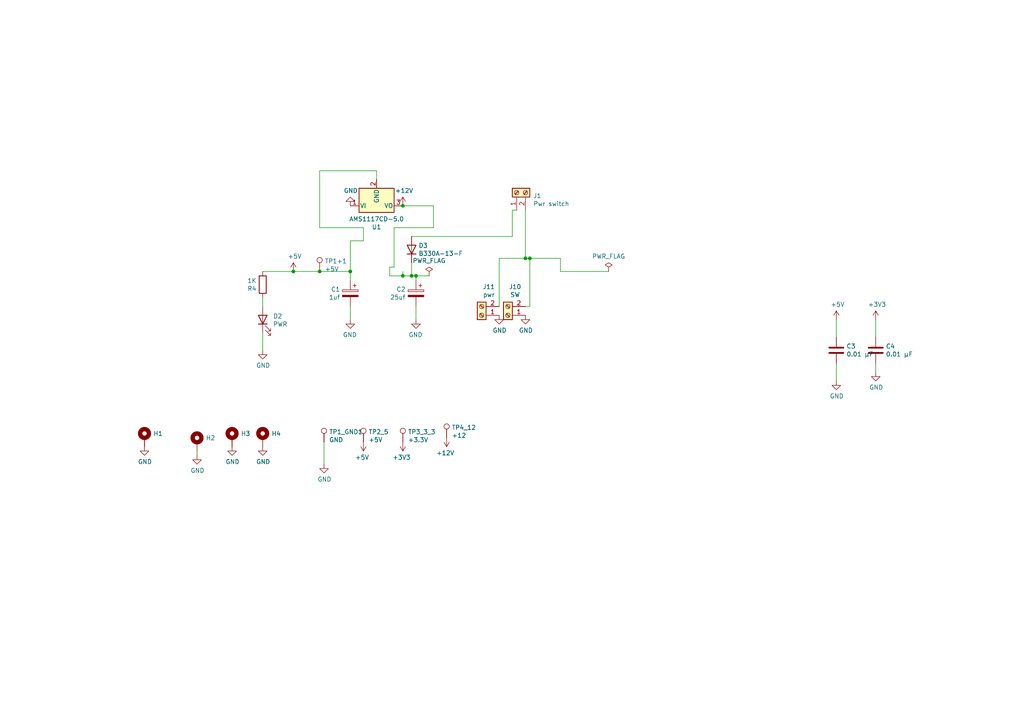
<source format=kicad_sch>
(kicad_sch (version 20230121) (generator eeschema)
  (paper "A4")
  (lib_symbols
    (symbol "CameraTriggerSensorNodeOnly-rescue:+3.3V-power" (power) (pin_names (offset 0))
      (property "Value" "+3.3V-power" (at 0 3.556 0))
      (symbol "+3.3V-power_0_1"
        (polyline (pts (xy -0.762 1.27) (xy 0 2.54)))
        (polyline (pts (xy 0 0) (xy 0 2.54)))
        (polyline (pts (xy 0 2.54) (xy 0.762 1.27)))
      )
      (symbol "+3.3V-power_1_1"
        (pin power_in line (at 0 0 90) (length 0) hide (name "+3V3") (number "1"))
      )
    )
    (symbol "CameraTriggerSensorNodeOnly-rescue:CP-Device" (pin_numbers hide) (pin_names (offset 0.254))
      (property "Reference" "C" (at 0.635 2.54 0))
      (property "Value" "Device_CP" (at 0.635 -2.54 0))
      (symbol "CP-Device_0_1"
        (rectangle (start -2.286 0.508) (end 2.286 1.016))
        (polyline (pts (xy -1.778 2.286) (xy -0.762 2.286)))
        (polyline (pts (xy -1.27 2.794) (xy -1.27 1.778)))
        (rectangle (start 2.286 -0.508) (end -2.286 -1.016) (fill (type outline)))
      )
      (symbol "CP-Device_1_1"
        (pin passive line (at 0 3.81 270) (length 2.794) (name "~") (number "1"))
        (pin passive line (at 0 -3.81 90) (length 2.794) (name "~") (number "2"))
      )
    )
    (symbol "Connector:Screw_Terminal_01x02" (pin_names (offset 1.016) hide)
      (property "Reference" "J" (at 0 2.54 0))
      (property "Value" "Screw_Terminal_01x02" (at 0 -5.08 0))
      (symbol "Screw_Terminal_01x02_1_1"
        (rectangle (start -1.27 1.27) (end 1.27 -3.81) (stroke (width 0.254)) (fill (type background)))
        (circle (center 0 -2.54) (radius 0.635) (stroke (width 0.1524)))
        (polyline (pts (xy -0.5334 -2.2098) (xy 0.3302 -3.048)) (stroke (width 0.1524)))
        (polyline (pts (xy -0.5334 0.3302) (xy 0.3302 -0.508)) (stroke (width 0.1524)))
        (polyline (pts (xy -0.3556 -2.032) (xy 0.508 -2.8702)) (stroke (width 0.1524)))
        (polyline (pts (xy -0.3556 0.508) (xy 0.508 -0.3302)) (stroke (width 0.1524)))
        (circle (center 0 0) (radius 0.635) (stroke (width 0.1524)))
        (pin passive line (at -5.08 0 0) (length 3.81) (name "Pin_1") (number "1"))
        (pin passive line (at -5.08 -2.54 0) (length 3.81) (name "Pin_2") (number "2"))
      )
    )
    (symbol "Connector:TestPoint" (pin_numbers hide) (pin_names (offset 0.762) hide)
      (property "Reference" "TP" (at 0 6.858 0))
      (property "Value" "TestPoint" (at 0 5.08 0))
      (symbol "TestPoint_0_1"
        (circle (center 0 3.302) (radius 0.762))
      )
      (symbol "TestPoint_1_1"
        (pin passive line (at 0 0 90) (length 2.54) (name "1") (number "1"))
      )
    )
    (symbol "Device:C" (pin_numbers hide) (pin_names (offset 0.254))
      (property "Reference" "C" (at 0.635 2.54 0))
      (property "Value" "C" (at 0.635 -2.54 0))
      (symbol "C_0_1"
        (polyline (pts (xy -2.032 -0.762) (xy 2.032 -0.762)) (stroke (width 0.508)))
        (polyline (pts (xy -2.032 0.762) (xy 2.032 0.762)) (stroke (width 0.508)))
      )
      (symbol "C_1_1"
        (pin passive line (at 0 3.81 270) (length 2.794) (name "~") (number "1"))
        (pin passive line (at 0 -3.81 90) (length 2.794) (name "~") (number "2"))
      )
    )
    (symbol "Device:D" (pin_numbers hide) (pin_names (offset 1.016) hide)
      (property "Reference" "D" (at 0 2.54 0))
      (property "Value" "D" (at 0 -2.54 0))
      (symbol "D_0_1"
        (polyline (pts (xy -1.27 1.27) (xy -1.27 -1.27)) (stroke (width 0.254)))
        (polyline (pts (xy 1.27 0) (xy -1.27 0)))
        (polyline (pts (xy 1.27 1.27) (xy 1.27 -1.27) (xy -1.27 0) (xy 1.27 1.27)) (stroke (width 0.254)))
      )
      (symbol "D_1_1"
        (pin passive line (at -3.81 0 0) (length 2.54) (name "K") (number "1"))
        (pin passive line (at 3.81 0 180) (length 2.54) (name "A") (number "2"))
      )
    )
    (symbol "Device:LED" (pin_numbers hide) (pin_names (offset 1.016) hide)
      (property "Reference" "D" (at 0 2.54 0))
      (property "Value" "LED" (at 0 -2.54 0))
      (symbol "LED_0_1"
        (polyline (pts (xy -1.27 -1.27) (xy -1.27 1.27)) (stroke (width 0.254)))
        (polyline (pts (xy -1.27 0) (xy 1.27 0)))
        (polyline (pts (xy 1.27 -1.27) (xy 1.27 1.27) (xy -1.27 0) (xy 1.27 -1.27)) (stroke (width 0.254)))
        (polyline (pts (xy -3.048 -0.762) (xy -4.572 -2.286) (xy -3.81 -2.286) (xy -4.572 -2.286) (xy -4.572 -1.524)))
        (polyline (pts (xy -1.778 -0.762) (xy -3.302 -2.286) (xy -2.54 -2.286) (xy -3.302 -2.286) (xy -3.302 -1.524)))
      )
      (symbol "LED_1_1"
        (pin passive line (at -3.81 0 0) (length 2.54) (name "K") (number "1"))
        (pin passive line (at 3.81 0 180) (length 2.54) (name "A") (number "2"))
      )
    )
    (symbol "Device:R" (pin_numbers hide) (pin_names (offset 0))
      (property "Reference" "R" (at 2.032 0 90))
      (property "Value" "R" (at 0 0 90))
      (symbol "R_0_1"
        (rectangle (start -1.016 -2.54) (end 1.016 2.54) (stroke (width 0.254)))
      )
      (symbol "R_1_1"
        (pin passive line (at 0 3.81 270) (length 1.27) (name "~") (number "1"))
        (pin passive line (at 0 -3.81 90) (length 1.27) (name "~") (number "2"))
      )
    )
    (symbol "Mechanical:MountingHole_Pad" (pin_numbers hide) (pin_names (offset 1.016) hide)
      (property "Reference" "H" (at 0 6.35 0))
      (property "Value" "MountingHole_Pad" (at 0 4.445 0))
      (symbol "MountingHole_Pad_0_1"
        (circle (center 0 1.27) (radius 1.27) (stroke (width 1.27)))
      )
      (symbol "MountingHole_Pad_1_1"
        (pin input line (at 0 -2.54 90) (length 2.54) (name "1") (number "1"))
      )
    )
    (symbol "Regulator_Linear:LM7805_TO220" (pin_names (offset 0.254))
      (property "Reference" "U" (at -3.81 3.175 0))
      (property "Value" "LM7805_TO220" (at 0 3.175 0))
      (symbol "LM7805_TO220_0_1"
        (rectangle (start -5.08 1.905) (end 5.08 -5.08) (stroke (width 0.254)) (fill (type background)))
      )
      (symbol "LM7805_TO220_1_1"
        (pin power_in line (at -7.62 0 0) (length 2.54) (name "VI") (number "1"))
        (pin power_in line (at 0 -7.62 90) (length 2.54) (name "GND") (number "2"))
        (pin power_out line (at 7.62 0 180) (length 2.54) (name "VO") (number "3"))
      )
    )
    (symbol "power:+12V" (power) (pin_names (offset 0))
      (property "Value" "+12V" (at 0 3.556 0))
      (symbol "+12V_0_1"
        (polyline (pts (xy -0.762 1.27) (xy 0 2.54)))
        (polyline (pts (xy 0 0) (xy 0 2.54)))
        (polyline (pts (xy 0 2.54) (xy 0.762 1.27)))
      )
      (symbol "+12V_1_1"
        (pin power_in line (at 0 0 90) (length 0) hide (name "+12V") (number "1"))
      )
    )
    (symbol "power:+5V" (power) (pin_names (offset 0))
      (property "Value" "+5V" (at 0 3.556 0))
      (symbol "+5V_0_1"
        (polyline (pts (xy -0.762 1.27) (xy 0 2.54)))
        (polyline (pts (xy 0 0) (xy 0 2.54)))
        (polyline (pts (xy 0 2.54) (xy 0.762 1.27)))
      )
      (symbol "+5V_1_1"
        (pin power_in line (at 0 0 90) (length 0) hide (name "+5V") (number "1"))
      )
    )
    (symbol "power:GND" (power) (pin_names (offset 0))
      (property "Value" "GND" (at 0 -3.81 0))
      (symbol "GND_0_1"
        (polyline (pts (xy 0 0) (xy 0 -1.27) (xy 1.27 -1.27) (xy 0 -2.54) (xy -1.27 -1.27) (xy 0 -1.27)))
      )
      (symbol "GND_1_1"
        (pin power_in line (at 0 0 270) (length 0) hide (name "GND") (number "1"))
      )
    )
    (symbol "power:PWR_FLAG" (power) (pin_numbers hide) (pin_names (offset 0) hide)
      (property "Value" "PWR_FLAG" (at 0 3.81 0))
      (symbol "PWR_FLAG_0_0"
        (pin power_out line (at 0 0 90) (length 0) (name "pwr") (number "1"))
      )
      (symbol "PWR_FLAG_0_1"
        (polyline (pts (xy 0 0) (xy 0 1.27) (xy -1.016 1.905) (xy 0 2.54) (xy 1.016 1.905) (xy 0 1.27)))
      )
    )
  )
  (junction (at 120.65 80.01))
  (junction (at 116.84 80.01))
  (junction (at 152.4 74.93))
  (junction (at 119.38 80.01))
  (junction (at 153.67 74.93))
  (junction (at 116.84 59.69))
  (junction (at 92.71 78.74))
  (junction (at 85.09 78.74))
  (junction (at 101.6 78.74))
  (wire (pts (xy 76.2 86.36) (xy 76.2 88.9)))
  (wire (pts (xy 114.3 66.04) (xy 114.3 77.47)))
  (wire (pts (xy 101.6 78.74) (xy 101.6 81.28)))
  (wire (pts (xy 144.78 74.93) (xy 152.4 74.93)))
  (wire (pts (xy 125.73 59.69) (xy 116.84 59.69)))
  (wire (pts (xy 92.71 49.53) (xy 109.22 49.53)))
  (wire (pts (xy 92.71 78.74) (xy 101.6 78.74)))
  (wire (pts (xy 116.84 59.69) (xy 115.57 59.69)))
  (wire (pts (xy 162.56 74.93) (xy 162.56 78.74)))
  (wire (pts (xy 119.38 68.58) (xy 148.59 68.58)))
  (wire (pts (xy 116.84 78.74) (xy 116.84 80.01)))
  (wire (pts (xy 101.6 78.74) (xy 101.6 69.85)))
  (wire (pts (xy 125.73 66.04) (xy 125.73 59.69)))
  (wire (pts (xy 152.4 60.96) (xy 152.4 74.93)))
  (wire (pts (xy 148.59 60.96) (xy 149.86 60.96)))
  (wire (pts (xy 242.57 110.49) (xy 242.57 105.41)))
  (wire (pts (xy 85.09 78.74) (xy 92.71 78.74)))
  (wire (pts (xy 76.2 78.74) (xy 85.09 78.74)))
  (wire (pts (xy 119.38 76.2) (xy 119.38 80.01)))
  (wire (pts (xy 113.03 77.47) (xy 113.03 80.01)))
  (wire (pts (xy 105.41 69.85) (xy 105.41 66.04)))
  (wire (pts (xy 109.22 49.53) (xy 109.22 52.07)))
  (wire (pts (xy 101.6 69.85) (xy 105.41 69.85)))
  (wire (pts (xy 120.65 80.01) (xy 124.46 80.01)))
  (wire (pts (xy 153.67 74.93) (xy 153.67 88.9)))
  (wire (pts (xy 93.98 134.62) (xy 93.98 128.27)))
  (wire (pts (xy 153.67 74.93) (xy 162.56 74.93)))
  (wire (pts (xy 116.84 80.01) (xy 119.38 80.01)))
  (wire (pts (xy 120.65 80.01) (xy 119.38 80.01)))
  (wire (pts (xy 148.59 68.58) (xy 148.59 60.96)))
  (wire (pts (xy 254 92.71) (xy 254 97.79)))
  (wire (pts (xy 105.41 66.04) (xy 92.71 66.04)))
  (wire (pts (xy 162.56 78.74) (xy 176.53 78.74)))
  (wire (pts (xy 76.2 96.52) (xy 76.2 101.6)))
  (wire (pts (xy 57.15 130.81) (xy 57.15 132.08)))
  (wire (pts (xy 144.78 88.9) (xy 144.78 74.93)))
  (wire (pts (xy 114.3 66.04) (xy 125.73 66.04)))
  (wire (pts (xy 120.65 80.01) (xy 120.65 81.28)))
  (wire (pts (xy 92.71 66.04) (xy 92.71 49.53)))
  (wire (pts (xy 242.57 97.79) (xy 242.57 92.71)))
  (wire (pts (xy 114.3 77.47) (xy 113.03 77.47)))
  (wire (pts (xy 254 105.41) (xy 254 107.95)))
  (wire (pts (xy 101.6 88.9) (xy 101.6 92.71)))
  (wire (pts (xy 152.4 74.93) (xy 153.67 74.93)))
  (wire (pts (xy 120.65 88.9) (xy 120.65 92.71)))
  (wire (pts (xy 153.67 88.9) (xy 152.4 88.9)))
  (wire (pts (xy 113.03 80.01) (xy 116.84 80.01)))
  (symbol (lib_id "power:GND") (at 120.65 92.71 0) (mirror y) (unit 1)
    (property "Reference" "#PWR017" (effects hide))
    (property "Value" "GND" (at 120.523 97.1042 0))
    (instances (project "CameraTriggerSensorNodeOnly" (path "" (reference "#PWR017") (unit 1)) (path "" (reference "#PWR?") (unit 1))))
  )
  (symbol (lib_id "power:GND") (at 101.6 92.71 0) (mirror y) (unit 1)
    (property "Reference" "#PWR014" (effects hide))
    (property "Value" "GND" (at 101.473 97.1042 0))
    (instances (project "CameraTriggerSensorNodeOnly" (path "" (reference "#PWR014") (unit 1)) (path "" (reference "#PWR?") (unit 1))))
  )
  (symbol (lib_id "CameraTriggerSensorNodeOnly-rescue:CP-Device") (at 101.6 85.09 0) (mirror y) (unit 1)
    (property "Reference" "C1" (at 98.679 83.9216 0) (effects (justify left)))
    (property "Value" "1uf" (at 98.679 86.233 0) (effects (justify left)))
    (property "Footprint" "Capacitor_SMD:CP_Elec_4x5.4" (effects hide))
    (property "LCSC" "C87863 " (effects hide))
    (instances (project "CameraTriggerSensorNodeOnly" (path "" (reference "C1") (unit 1)) (path "" (reference "C?") (unit 1))))
  )
  (symbol (lib_id "CameraTriggerSensorNodeOnly-rescue:CP-Device") (at 120.65 85.09 0) (mirror y) (unit 1)
    (property "Reference" "C2" (at 117.6528 83.9216 0) (effects (justify left)))
    (property "Value" "25uf" (at 117.6528 86.233 0) (effects (justify left)))
    (property "Footprint" "Capacitor_SMD:C_Elec_4x5.4" (effects hide))
    (property "LCSC" " C2895283 " (effects hide))
    (instances (project "CameraTriggerSensorNodeOnly" (path "" (reference "C2") (unit 1)) (path "" (reference "C?") (unit 1))))
  )
  (symbol (lib_id "power:GND") (at 101.6 59.69 0) (mirror x) (unit 1)
    (property "Reference" "#PWR016" (effects hide))
    (property "Value" "GND" (at 101.727 55.2958 0))
    (instances (project "CameraTriggerSensorNodeOnly" (path "" (reference "#PWR016") (unit 1)) (path "" (reference "#PWR?") (unit 1))))
  )
  (symbol (lib_id "Device:D") (at 119.38 72.39 90) (unit 1)
    (property "Reference" "D3" (at 121.3866 71.2216 90) (effects (justify right)))
    (property "Value" "B330A-13-F" (at 121.3866 73.533 90) (effects (justify right)))
    (property "Footprint" "Diode_SMD:D_SMA" (effects hide))
    (property "Datasheet" "https://www.mouser.com/ProductDetail/583-SR560-T" (effects hide))
    (property "LCSC" "C110485" (effects hide))
    (instances (project "CameraTriggerSensorNodeOnly" (path "" (reference "D3") (unit 1)) (path "" (reference "D?") (unit 1))))
  )
  (symbol (lib_id "Device:LED") (at 76.2 92.71 90) (unit 1)
    (property "Reference" "D2" (at 79.1718 91.7194 90) (effects (justify right)))
    (property "Value" "PWR" (at 79.1718 94.0308 90) (effects (justify right)))
    (property "Footprint" "LED_SMD:LED_0603_1608Metric" (effects hide))
    (property "LCSC" "C2286" (effects hide))
    (property "Alt" " C389517 " (effects hide))
    (property "ALT" " C146215 " (effects hide))
    (instances (project "CameraTriggerSensorNodeOnly" (path "" (reference "D2") (unit 1)) (path "" (reference "D?") (unit 1))))
  )
  (symbol (lib_id "power:GND") (at 76.2 101.6 0) (unit 1)
    (property "Reference" "#PWR010" (effects hide))
    (property "Value" "GND" (at 76.327 105.9942 0))
    (instances (project "CameraTriggerSensorNodeOnly" (path "" (reference "#PWR010") (unit 1)) (path "" (reference "#PWR?") (unit 1))))
  )
  (symbol (lib_id "power:+5V") (at 85.09 78.74 0) (unit 1)
    (property "Reference" "#PWR012" (effects hide))
    (property "Value" "+5V" (at 85.471 74.3458 0))
    (instances (project "CameraTriggerSensorNodeOnly" (path "" (reference "#PWR012") (unit 1)) (path "" (reference "#PWR?") (unit 1))))
  )
  (symbol (lib_id "Regulator_Linear:LM7805_TO220") (at 109.22 59.69 0) (mirror x) (unit 1)
    (property "Reference" "U1" (at 109.22 65.8368 0))
    (property "Value" "AMS1117CD-5.0" (at 109.22 63.5254 0))
    (property "Footprint" "Package_TO_SOT_SMD:SOT-223" (effects hide))
    (property "Datasheet" "http://www.fairchildsemi.com/ds/LM/LM7805.pdf" (effects hide))
    (property "LCSC" "C6187" (effects hide))
    (instances (project "CameraTriggerSensorNodeOnly" (path "" (reference "U1") (unit 1)) (path "" (reference "U?") (unit 1))))
  )
  (symbol (lib_id "Connector:TestPoint") (at 92.71 78.74 0) (unit 1)
    (property "Reference" "TP1+1" (at 94.1832 75.7428 0) (effects (justify left)))
    (property "Value" "+5V" (at 94.1832 78.0542 0) (effects (justify left)))
    (property "Footprint" "TestPoint:TestPoint_Keystone_5010-5014_Multipurpose" (effects hide))
    (instances (project "CameraTriggerSensorNodeOnly" (path "" (reference "TP1+1") (unit 1)) (path "" (reference "TP1+?") (unit 1))))
  )
  (symbol (lib_id "power:PWR_FLAG") (at 176.53 78.74 0) (unit 1)
    (property "Reference" "#FLG03" (effects hide))
    (property "Value" "PWR_FLAG" (at 176.53 74.3458 0))
    (instances (project "CameraTriggerSensorNodeOnly" (path "" (reference "#FLG03") (unit 1)) (path "" (reference "#FLG?") (unit 1))))
  )
  (symbol (lib_id "power:PWR_FLAG") (at 124.46 80.01 0) (unit 1)
    (property "Reference" "#FLG02" (effects hide))
    (property "Value" "PWR_FLAG" (at 124.46 75.6158 0))
    (instances (project "CameraTriggerSensorNodeOnly" (path "" (reference "#FLG02") (unit 1)) (path "" (reference "#FLG?") (unit 1))))
  )
  (symbol (lib_id "Device:R") (at 76.2 82.55 180) (unit 1)
    (property "Reference" "R4" (at 74.422 83.7184 0) (effects (justify left)))
    (property "Value" "1K" (at 74.422 81.407 0) (effects (justify left)))
    (property "Footprint" "Resistor_SMD:R_0603_1608Metric" (effects hide))
    (property "LCSC" "C21190" (effects hide))
    (instances (project "CameraTriggerSensorNodeOnly" (path "" (reference "R4") (unit 1)) (path "" (reference "R?") (unit 1))))
  )
  (symbol (lib_id "Device:C") (at 242.57 101.6 0) (unit 1)
    (property "Reference" "C3" (at 245.491 100.4316 0) (effects (justify left)))
    (property "Value" "0.01 μF" (at 245.491 102.743 0) (effects (justify left)))
    (property "Footprint" "Capacitor_SMD:C_0402_1005Metric" (effects hide))
    (property "LCSC" "C1525" (effects hide))
    (instances (project "CameraTriggerSensorNodeOnly" (path "" (reference "C3") (unit 1)) (path "" (reference "C?") (unit 1))))
  )
  (symbol (lib_id "power:GND") (at 254 107.95 0) (unit 1)
    (property "Reference" "#PWR022" (effects hide))
    (property "Value" "GND" (at 254.127 112.3442 0))
    (instances (project "CameraTriggerSensorNodeOnly" (path "" (reference "#PWR022") (unit 1)) (path "" (reference "#PWR?") (unit 1))))
  )
  (symbol (lib_id "power:GND") (at 242.57 110.49 0) (unit 1)
    (property "Reference" "#PWR020" (effects hide))
    (property "Value" "GND" (at 242.697 114.8842 0))
    (instances (project "CameraTriggerSensorNodeOnly" (path "" (reference "#PWR020") (unit 1)) (path "" (reference "#PWR?") (unit 1))))
  )
  (symbol (lib_id "CameraTriggerSensorNodeOnly-rescue:+3.3V-power") (at 254 92.71 0) (unit 1)
    (property "Reference" "#PWR021" (effects hide))
    (property "Value" "+3.3V" (at 254.381 88.3158 0))
    (instances (project "CameraTriggerSensorNodeOnly" (path "" (reference "#PWR021") (unit 1)) (path "" (reference "#PWR?") (unit 1))))
  )
  (symbol (lib_id "power:+5V") (at 242.57 92.71 0) (unit 1)
    (property "Reference" "#PWR019" (effects hide))
    (property "Value" "+5V" (at 242.951 88.3158 0))
    (instances (project "CameraTriggerSensorNodeOnly" (path "" (reference "#PWR019") (unit 1)) (path "" (reference "#PWR?") (unit 1))))
  )
  (symbol (lib_id "Device:C") (at 254 101.6 0) (unit 1)
    (property "Reference" "C4" (at 256.921 100.4316 0) (effects (justify left)))
    (property "Value" "0.01 μF" (at 256.921 102.743 0) (effects (justify left)))
    (property "Footprint" "Capacitor_SMD:C_0402_1005Metric" (effects hide))
    (property "LCSC" "C1525" (effects hide))
    (instances (project "CameraTriggerSensorNodeOnly" (path "" (reference "C4") (unit 1)) (path "" (reference "C?") (unit 1))))
  )
  (symbol (lib_id "power:GND") (at 67.31 129.54 0) (unit 1)
    (property "Reference" "#PWR09" (effects hide))
    (property "Value" "GND" (at 67.437 133.9342 0))
  )
  (symbol (lib_id "power:GND") (at 76.2 129.54 0) (unit 1)
    (property "Reference" "#PWR011" (effects hide))
    (property "Value" "GND" (at 76.327 133.9342 0))
  )
  (symbol (lib_id "power:GND") (at 57.15 132.08 0) (unit 1)
    (property "Reference" "#PWR08" (effects hide))
    (property "Value" "GND" (at 57.277 136.4742 0))
  )
  (symbol (lib_id "Mechanical:MountingHole_Pad") (at 57.15 128.27 0) (unit 1)
    (property "Reference" "H2" (at 59.69 127.0254 0) (effects (justify left)))
    (property "Value" " " (at 59.69 129.3368 0) (effects (justify left)))
    (property "Footprint" "MountingHole:MountingHole_3.7mm_Pad" (effects hide))
  )
  (symbol (lib_id "Mechanical:MountingHole_Pad") (at 67.31 127 0) (unit 1)
    (property "Reference" "H3" (at 69.85 125.7554 0) (effects (justify left)))
    (property "Value" " " (at 69.85 128.0668 0) (effects (justify left)))
    (property "Footprint" "MountingHole:MountingHole_3.7mm_Pad" (effects hide))
  )
  (symbol (lib_id "Mechanical:MountingHole_Pad") (at 76.2 127 0) (unit 1)
    (property "Reference" "H4" (at 78.74 125.7554 0) (effects (justify left)))
    (property "Value" " " (at 78.74 128.0668 0) (effects (justify left)))
    (property "Footprint" "MountingHole:MountingHole_3.7mm_Pad" (effects hide))
  )
  (symbol (lib_id "Connector:TestPoint") (at 105.41 128.27 0) (unit 1)
    (property "Reference" "TP2_5" (at 106.8832 125.2728 0) (effects (justify left)))
    (property "Value" "+5V" (at 106.8832 127.5842 0) (effects (justify left)))
    (property "Footprint" "TestPoint:TestPoint_Keystone_5010-5014_Multipurpose" (effects hide))
  )
  (symbol (lib_id "Connector:TestPoint") (at 93.98 128.27 0) (unit 1)
    (property "Reference" "TP1_GND1" (at 95.4532 125.2728 0) (effects (justify left)))
    (property "Value" "GND" (at 95.4532 127.5842 0) (effects (justify left)))
    (property "Footprint" "TestPoint:TestPoint_Keystone_5010-5014_Multipurpose" (effects hide))
  )
  (symbol (lib_id "power:GND") (at 93.98 134.62 0) (unit 1)
    (property "Reference" "#PWR013" (effects hide))
    (property "Value" "GND" (at 94.107 139.0142 0))
  )
  (symbol (lib_id "Mechanical:MountingHole_Pad") (at 41.91 127 0) (unit 1)
    (property "Reference" "H1" (at 44.45 125.7554 0) (effects (justify left)))
    (property "Value" " " (at 44.45 128.0668 0) (effects (justify left)))
    (property "Footprint" "MountingHole:MountingHole_3.7mm_Pad" (effects hide))
  )
  (symbol (lib_id "power:GND") (at 41.91 129.54 0) (unit 1)
    (property "Reference" "#PWR07" (effects hide))
    (property "Value" "GND" (at 42.037 133.9342 0))
  )
  (symbol (lib_id "Connector:Screw_Terminal_01x02") (at 147.32 91.44 180) (unit 1)
    (property "Reference" "J10" (at 149.4028 83.185 0))
    (property "Value" "SW" (at 149.4028 85.4964 0))
    (property "Footprint" "Connector_AMASS:AMASS_XT30U-F_1x02_P5.0mm_Vertical" (effects hide))
  )
  (symbol (lib_id "power:GND") (at 152.4 91.44 0) (unit 1)
    (property "Reference" "#PWR044" (effects hide))
    (property "Value" "GND" (at 152.527 95.8342 0))
  )
  (symbol (lib_id "Connector:Screw_Terminal_01x02") (at 149.86 55.88 90) (unit 1)
    (property "Reference" "J1" (at 154.6352 56.7944 90) (effects (justify right)))
    (property "Value" "Pwr switch" (at 154.6352 59.1058 90) (effects (justify right)))
    (property "Footprint" "CameraTriggerPCB:CUI_TB007-508-02BE" (effects hide))
    (property "Description" "TB007-508-02BE " (effects hide))
  )
  (symbol (lib_id "power:+5V") (at 105.41 128.27 180) (unit 1)
    (property "Reference" "#PWR015" (effects hide))
    (property "Value" "+5V" (at 105.029 132.6642 0))
  )
  (symbol (lib_id "Connector:TestPoint") (at 116.84 128.27 0) (unit 1)
    (property "Reference" "TP3_3_3" (at 118.3132 125.2728 0) (effects (justify left)))
    (property "Value" "+3.3V" (at 118.3132 127.5842 0) (effects (justify left)))
    (property "Footprint" "TestPoint:TestPoint_Keystone_5010-5014_Multipurpose" (effects hide))
  )
  (symbol (lib_id "CameraTriggerSensorNodeOnly-rescue:+3.3V-power") (at 116.84 128.27 180) (unit 1)
    (property "Reference" "#PWR041" (effects hide))
    (property "Value" "+3.3V" (at 116.459 132.6642 0))
  )
  (symbol (lib_id "Connector:TestPoint") (at 129.54 127 0) (unit 1)
    (property "Reference" "TP4_12" (at 131.0132 124.0028 0) (effects (justify left)))
    (property "Value" "+12" (at 131.0132 126.3142 0) (effects (justify left)))
    (property "Footprint" "TestPoint:TestPoint_Keystone_5010-5014_Multipurpose" (effects hide))
  )
  (symbol (lib_id "power:+12V") (at 116.84 59.69 0) (unit 1)
    (property "Reference" "#PWR018" (effects hide))
    (property "Value" "+12V" (at 117.221 55.2958 0))
  )
  (symbol (lib_id "power:+12V") (at 129.54 127 180) (unit 1)
    (property "Reference" "#PWR038" (effects hide))
    (property "Value" "+12V" (at 129.159 131.3942 0))
    (property "Footprint" "TestPoint:TestPoint_Keystone_5000-5004_Miniature" (effects hide))
  )
  (symbol (lib_id "Connector:Screw_Terminal_01x02") (at 139.7 91.44 180) (unit 1)
    (property "Reference" "J11" (at 141.7828 83.185 0))
    (property "Value" "pwr" (at 141.7828 85.4964 0))
    (property "Footprint" "CameraTriggerPCB:CUI_TB007-508-02BE" (effects hide))
  )
  (symbol (lib_id "power:GND") (at 144.78 91.44 0) (unit 1)
    (property "Reference" "#PWR042" (effects hide))
    (property "Value" "GND" (at 144.907 95.8342 0))
  )
)
</source>
